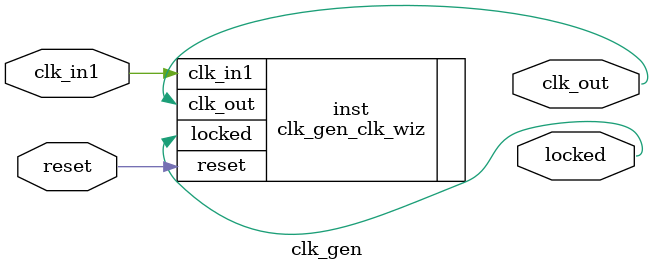
<source format=v>


`timescale 1ps/1ps

(* CORE_GENERATION_INFO = "clk_gen,clk_wiz_v5_3_3_0,{component_name=clk_gen,use_phase_alignment=true,use_min_o_jitter=false,use_max_i_jitter=false,use_dyn_phase_shift=false,use_inclk_switchover=false,use_dyn_reconfig=false,enable_axi=0,feedback_source=FDBK_AUTO,PRIMITIVE=MMCM,num_out_clk=1,clkin1_period=10.0,clkin2_period=10.0,use_power_down=false,use_reset=true,use_locked=true,use_inclk_stopped=false,feedback_type=SINGLE,CLOCK_MGR_TYPE=NA,manual_override=false}" *)

module clk_gen 
 (
  // Clock out ports
  output        clk_out,
  // Status and control signals
  input         reset,
  output        locked,
 // Clock in ports
  input         clk_in1
 );

  clk_gen_clk_wiz inst
  (
  // Clock out ports  
  .clk_out(clk_out),
  // Status and control signals               
  .reset(reset), 
  .locked(locked),
 // Clock in ports
  .clk_in1(clk_in1)
  );

endmodule

</source>
